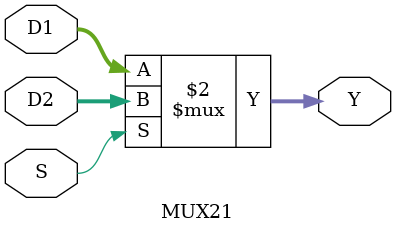
<source format=v>
`timescale 1ns / 1ps

module MUX21(
    D1, D2, S, Y
    );
    
    input         S; // select line
    input  [31:0] D1;
    input  [31:0] D2;
    
    output [31:0] Y;
    
    assign Y = (!S) ? D1 : D2;
endmodule
</source>
